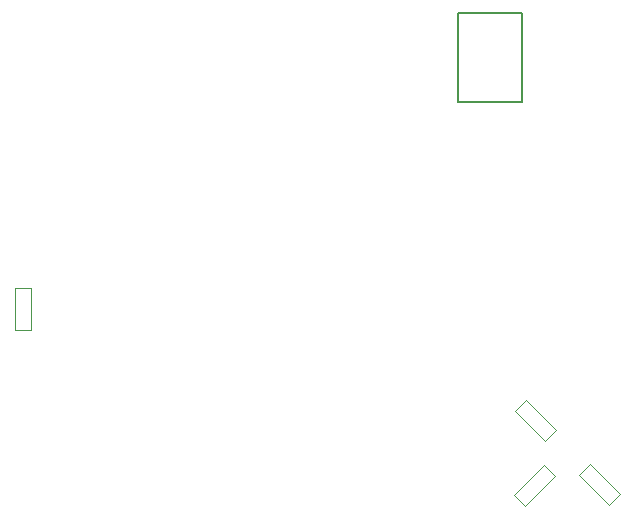
<source format=gbr>
G04 #@! TF.FileFunction,Other,User*
%FSLAX46Y46*%
G04 Gerber Fmt 4.6, Leading zero omitted, Abs format (unit mm)*
G04 Created by KiCad (PCBNEW 4.0.6) date 11/10/17 17:18:38*
%MOMM*%
%LPD*%
G01*
G04 APERTURE LIST*
%ADD10C,0.100000*%
%ADD11C,0.150000*%
%ADD12C,0.050000*%
G04 APERTURE END LIST*
D10*
D11*
X138490000Y-63380000D02*
X133030000Y-63380000D01*
X133030000Y-70870000D02*
X133030000Y-63380000D01*
X138490000Y-70870000D02*
X133030000Y-70870000D01*
X138490000Y-63380000D02*
X138490000Y-70870000D01*
D12*
X138684724Y-105114416D02*
X141230309Y-102568831D01*
X138684724Y-105114416D02*
X137765485Y-104195177D01*
X140311070Y-101649592D02*
X141230309Y-102568831D01*
X140311070Y-101649592D02*
X137765485Y-104195177D01*
X146745742Y-104053756D02*
X144200157Y-101508171D01*
X146745742Y-104053756D02*
X145826503Y-104972995D01*
X143280918Y-102427410D02*
X144200157Y-101508171D01*
X143280918Y-102427410D02*
X145826503Y-104972995D01*
X137906906Y-97053398D02*
X140452491Y-99598983D01*
X137906906Y-97053398D02*
X138826145Y-96134159D01*
X141371730Y-98679744D02*
X140452491Y-99598983D01*
X141371730Y-98679744D02*
X138826145Y-96134159D01*
X95580000Y-86600000D02*
X95580000Y-90200000D01*
X95580000Y-86600000D02*
X96880000Y-86600000D01*
X96880000Y-90200000D02*
X95580000Y-90200000D01*
X96880000Y-90200000D02*
X96880000Y-86600000D01*
M02*

</source>
